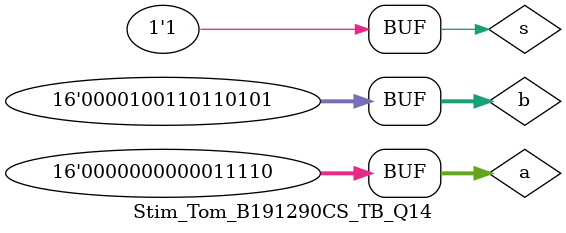
<source format=v>
module NotGate(a,b) ;   

output b ;
input a ;

nand(b,a,a) ;

endmodule 

module AndGate(a,b,c) ;  

output c ;
input a,b ;
wire x ;

nand(x,a,b);
nand(c,x,x) ;

endmodule 

module OrGate(a,b,c) ; 

output c ;
input a,b ;
wire x,y ;

nand(x,a,a) ;
nand(y,b,b) ;
nand(c,x,y) ;

endmodule 

module Mux2x1(a,b,s,c) ; 

output c ;
input a,b,s ;
wire x,y,z ;

NotGate NG_1(s,z );
AndGate AG_1(a,z,x) ;
AndGate AG_2(b,s,y) ;
OrGate OG_1(x,y,c) ;

endmodule 

module Mux2x1_16(a,b,s,o) ; 

output [15:0] o ;
input [15:0] a,b ;
input s ;

Mux2x1 M[15:0](a,b,s,o) ;

endmodule

module Stim_Tom_B191290CS_TB_Q14 ;

wire [15:0] o ;
reg [15:0] a,b ;
reg s ;

Mux2x1_16 M(a,b,s,o) ;

initial 
begin
a = 15163 ; b = 12512 ; 
s = 0 ; #100 ;
s = 1 ; #100 ;
a = 235; b = 7224 ; 
s = 0 ; #100 ;
s = 1 ; #100 ;
a = 275 ; b = 3865 ; 
s = 0 ; #100 ;
s = 1 ; #100 ;
a = 823 ; b = 9467 ; 
s = 0 ; #100 ;
s = 1 ; #100 ;
a = 2745 ; b = 3856 ;
s = 0 ; #100 ;
s = 1 ; #100 ;
a = 3865 ; b = 3965 ; 
s = 0 ; #100 ;
s = 1 ; #100 ;
a = 8254 ; b = 8254 ; 
s = 0 ; #100 ;
s = 1 ; #100 ;
a = 2548 ; b = 2854 ;
s = 0 ; #100 ;
s = 1 ; #100 ;
a = 4658 ; b = 3956 ;
s = 0 ; #100 ;
s = 1 ; #100 ;
a = 30 ; b = 2485 ; 
s = 0 ; #100 ;
s = 1 ; #100 ;
end 

endmodule 
</source>
